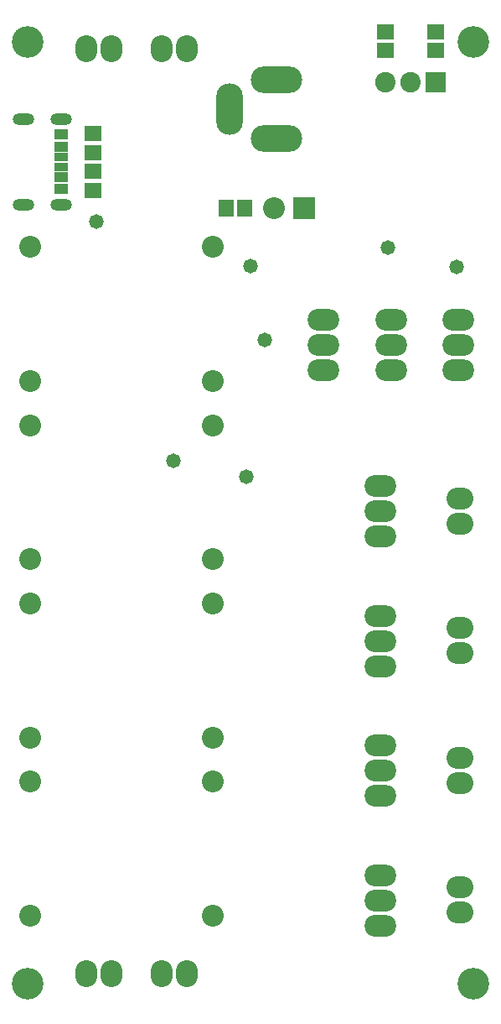
<source format=gbr>
G04*
G04 #@! TF.GenerationSoftware,Altium Limited,Altium Designer,24.2.2 (26)*
G04*
G04 Layer_Color=8388736*
%FSLAX44Y44*%
%MOMM*%
G71*
G04*
G04 #@! TF.SameCoordinates,BA5435D1-E33E-4BF3-B594-492C3B3FECF4*
G04*
G04*
G04 #@! TF.FilePolarity,Negative*
G04*
G01*
G75*
%ADD21R,1.3532X1.1032*%
%ADD22R,1.3532X1.0032*%
%ADD23R,1.3532X0.9032*%
%ADD24R,1.7032X1.5032*%
%ADD25R,1.5032X1.7032*%
%ADD26C,2.0632*%
%ADD27R,2.0632X2.0632*%
%ADD28O,2.2032X1.2032*%
%ADD29O,3.2032X2.2032*%
%ADD30O,5.2032X2.7032*%
%ADD31O,2.7032X5.2032*%
%ADD32O,2.2032X2.7032*%
%ADD33C,2.2032*%
%ADD34R,2.2032X2.2032*%
%ADD35O,2.7032X2.2032*%
%ADD36C,1.4732*%
%ADD37C,3.2032*%
D21*
X58379Y826500D02*
D03*
Y881500D02*
D03*
D22*
Y838800D02*
D03*
Y869200D02*
D03*
D23*
Y859000D02*
D03*
Y849000D02*
D03*
D24*
X91000Y863500D02*
D03*
Y882500D02*
D03*
Y844500D02*
D03*
Y825500D02*
D03*
X386000Y985500D02*
D03*
Y966500D02*
D03*
X437000Y985500D02*
D03*
Y966500D02*
D03*
D25*
X225500Y807000D02*
D03*
X244500D02*
D03*
D26*
X386200Y934000D02*
D03*
X411600D02*
D03*
D27*
X437000D02*
D03*
D28*
X20329Y810800D02*
D03*
Y897200D02*
D03*
X58329Y810800D02*
D03*
Y897200D02*
D03*
D29*
X392000Y694800D02*
D03*
Y669400D02*
D03*
Y644000D02*
D03*
X381000Y475932D02*
D03*
Y501332D02*
D03*
Y526732D02*
D03*
X460000Y694800D02*
D03*
Y669400D02*
D03*
Y644000D02*
D03*
X324000Y694800D02*
D03*
Y669400D02*
D03*
Y644000D02*
D03*
X381000Y83412D02*
D03*
Y108812D02*
D03*
Y134212D02*
D03*
Y214252D02*
D03*
Y239652D02*
D03*
Y265052D02*
D03*
Y345092D02*
D03*
Y370492D02*
D03*
Y395892D02*
D03*
D30*
X276000Y877449D02*
D03*
Y937000D02*
D03*
D31*
X229100Y907039D02*
D03*
D32*
X160600Y968000D02*
D03*
X186000D02*
D03*
X109444Y35000D02*
D03*
X84044D02*
D03*
X186000D02*
D03*
X160600D02*
D03*
X84044Y968000D02*
D03*
X109444D02*
D03*
D33*
X27000Y93642D02*
D03*
Y228641D02*
D03*
X212000D02*
D03*
Y93642D02*
D03*
Y273428D02*
D03*
Y408428D02*
D03*
X27000D02*
D03*
Y273428D02*
D03*
X212000Y453214D02*
D03*
Y588214D02*
D03*
X27000D02*
D03*
Y453214D02*
D03*
X274000Y807000D02*
D03*
X212000Y632999D02*
D03*
Y768000D02*
D03*
X27000D02*
D03*
Y632999D02*
D03*
D34*
X304000Y807000D02*
D03*
D35*
X461500Y252920D02*
D03*
Y227520D02*
D03*
Y383760D02*
D03*
Y358360D02*
D03*
Y489200D02*
D03*
Y514600D02*
D03*
Y96680D02*
D03*
Y122080D02*
D03*
D36*
X172314Y552314D02*
D03*
X246000Y536000D02*
D03*
X264483Y674678D02*
D03*
X250000Y749000D02*
D03*
X458272Y748350D02*
D03*
X389000Y767152D02*
D03*
X94000Y794000D02*
D03*
D37*
X25000Y25000D02*
D03*
X475000Y975000D02*
D03*
X25000D02*
D03*
X475000Y25000D02*
D03*
M02*

</source>
